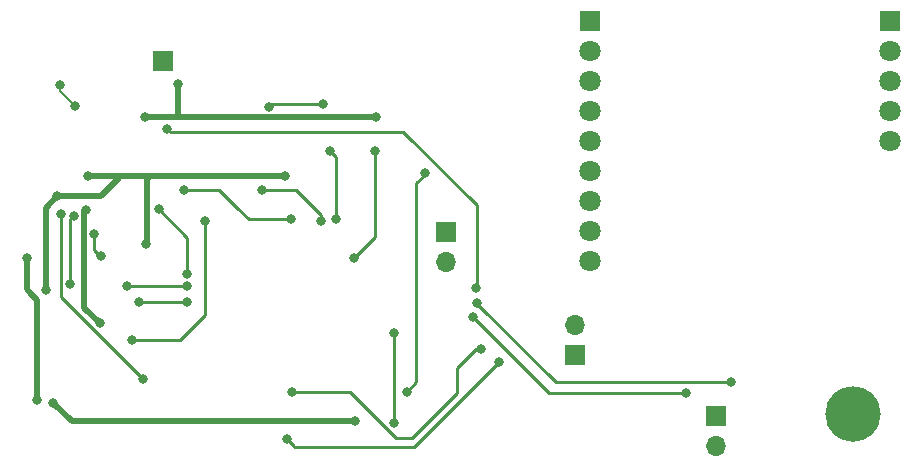
<source format=gbr>
%TF.GenerationSoftware,KiCad,Pcbnew,(6.0.8-1)-1*%
%TF.CreationDate,2022-11-08T13:41:34-07:00*%
%TF.ProjectId,AirU,41697255-2e6b-4696-9361-645f70636258,rev?*%
%TF.SameCoordinates,Original*%
%TF.FileFunction,Copper,L2,Bot*%
%TF.FilePolarity,Positive*%
%FSLAX46Y46*%
G04 Gerber Fmt 4.6, Leading zero omitted, Abs format (unit mm)*
G04 Created by KiCad (PCBNEW (6.0.8-1)-1) date 2022-11-08 13:41:34*
%MOMM*%
%LPD*%
G01*
G04 APERTURE LIST*
%TA.AperFunction,ComponentPad*%
%ADD10R,1.700000X1.700000*%
%TD*%
%TA.AperFunction,ComponentPad*%
%ADD11O,1.700000X1.700000*%
%TD*%
%TA.AperFunction,ComponentPad*%
%ADD12C,4.700000*%
%TD*%
%TA.AperFunction,ComponentPad*%
%ADD13R,1.800000X1.800000*%
%TD*%
%TA.AperFunction,ComponentPad*%
%ADD14C,1.800000*%
%TD*%
%TA.AperFunction,ViaPad*%
%ADD15C,0.800000*%
%TD*%
%TA.AperFunction,Conductor*%
%ADD16C,0.500000*%
%TD*%
%TA.AperFunction,Conductor*%
%ADD17C,0.250000*%
%TD*%
%TA.AperFunction,Conductor*%
%ADD18C,0.200000*%
%TD*%
G04 APERTURE END LIST*
D10*
%TO.P,J6,1,Pin_1*%
%TO.N,/U0TXD*%
X171000000Y-52100000D03*
D11*
%TO.P,J6,2,Pin_2*%
%TO.N,/U0RXD*%
X171000000Y-49560000D03*
%TD*%
D12*
%TO.P,REF\u002A\u002A,1*%
%TO.N,N/C*%
X194600000Y-57100000D03*
%TD*%
D10*
%TO.P,J4,1,Pin_1*%
%TO.N,VDD*%
X183000000Y-57225000D03*
D11*
%TO.P,J4,2,Pin_2*%
%TO.N,GND*%
X183000000Y-59765000D03*
%TD*%
D10*
%TO.P,J3,1,Pin_1*%
%TO.N,/GPIO3*%
X160100000Y-41700000D03*
D11*
%TO.P,J3,2,Pin_2*%
%TO.N,/GPIO20*%
X160100000Y-44240000D03*
%TD*%
D10*
%TO.P,J5,1,Pin_1*%
%TO.N,VCC*%
X136100000Y-27200000D03*
%TD*%
D13*
%TO.P,U3,1,Vin*%
%TO.N,VDD*%
X172300000Y-23810000D03*
D14*
%TO.P,U3,2,GND*%
%TO.N,GND*%
X172300000Y-26350000D03*
%TO.P,U3,3,EN*%
%TO.N,VDD*%
X172300000Y-28890000D03*
%TO.P,U3,4,G0*%
%TO.N,/LORA_DIO0*%
X172300000Y-31430000D03*
%TO.P,U3,5,SCK*%
%TO.N,/LORA_SCLK*%
X172300000Y-33970000D03*
%TO.P,U3,6,MISO*%
%TO.N,/LORA_MISO*%
X172300000Y-36510000D03*
%TO.P,U3,7,MOSI*%
%TO.N,/LORA_MOSI*%
X172300000Y-39050000D03*
%TO.P,U3,8,CS*%
%TO.N,/LORA_NSS*%
X172300000Y-41590000D03*
%TO.P,U3,9,RST*%
%TO.N,/LORA_RST*%
X172300000Y-44130000D03*
D13*
%TO.P,U3,10,G1*%
%TO.N,/LORA_DIO1*%
X197700000Y-23810000D03*
D14*
%TO.P,U3,11,G2*%
%TO.N,/LORA_DIO2*%
X197700000Y-26350000D03*
%TO.P,U3,12,G3*%
%TO.N,/LORA_DIO3*%
X197700000Y-28890000D03*
%TO.P,U3,13,G4*%
%TO.N,/LORA_DIO4*%
X197700000Y-31430000D03*
%TO.P,U3,14,G5*%
%TO.N,/LORA_DIO5*%
X197700000Y-33970000D03*
%TD*%
D15*
%TO.N,GND*%
X125500000Y-55900000D03*
X124600000Y-43900000D03*
%TO.N,VDD*%
X146500000Y-36900000D03*
X129800000Y-36900000D03*
X126800000Y-56100000D03*
X152400000Y-57700000D03*
X134700000Y-42700000D03*
X127200000Y-38600000D03*
X126200000Y-46600000D03*
%TO.N,VCC*%
X154200000Y-31900000D03*
X130800000Y-49400000D03*
X134600000Y-31900000D03*
X137400000Y-29100000D03*
X129600000Y-39800000D03*
%TO.N,/GPIO5*%
X158300000Y-36700000D03*
X156800000Y-55200000D03*
%TO.N,/GPIO16*%
X155700000Y-57800000D03*
X155700000Y-50200000D03*
%TO.N,/GPIO17*%
X162400000Y-48900000D03*
X180400000Y-55300000D03*
%TO.N,/GPIO18*%
X134100000Y-47600000D03*
X162700000Y-47700000D03*
X184200000Y-54400000D03*
X138200000Y-47600000D03*
%TO.N,/GPIO19*%
X133100000Y-46200000D03*
X130900000Y-43700000D03*
X138212299Y-46212299D03*
X130316880Y-41831801D03*
%TO.N,/GPIO46*%
X150800000Y-40600000D03*
X150300000Y-34800000D03*
%TO.N,/GPIO9*%
X144500000Y-38100000D03*
X149500000Y-40700000D03*
%TO.N,/GPIO10*%
X147000000Y-40600000D03*
X137900000Y-38100000D03*
%TO.N,/GPIO48*%
X149700000Y-30800000D03*
X145100000Y-31050500D03*
%TO.N,/GPIO45*%
X154100000Y-34800000D03*
X152300000Y-43849502D03*
%TO.N,/GPIO36*%
X135800000Y-39750500D03*
X138200000Y-45200000D03*
%TO.N,/U0RXD*%
X147100000Y-55200000D03*
X163100000Y-51600000D03*
X134424500Y-54100000D03*
X127475500Y-40100000D03*
%TO.N,/U0TXD*%
X146600000Y-59200000D03*
X164600000Y-52700000D03*
X128300000Y-46024500D03*
X128600000Y-40300000D03*
%TO.N,/D+*%
X128700000Y-31000000D03*
X127399500Y-29200000D03*
%TO.N,/GPIO8*%
X162600000Y-46400000D03*
X136500000Y-32900000D03*
%TO.N,Net-(R14-Pad1)*%
X139700000Y-40700000D03*
X133500000Y-50800000D03*
%TD*%
D16*
%TO.N,GND*%
X125500000Y-47400000D02*
X125000000Y-46900000D01*
X125000000Y-46900000D02*
X124600000Y-46500000D01*
X125500000Y-55900000D02*
X125500000Y-47400000D01*
X124600000Y-46500000D02*
X124600000Y-43900000D01*
%TO.N,VDD*%
X132400000Y-37100000D02*
X132400000Y-36900000D01*
X152400000Y-57700000D02*
X128400000Y-57700000D01*
X128400000Y-57700000D02*
X126800000Y-56100000D01*
X134800000Y-37200000D02*
X134800000Y-42400000D01*
X132400000Y-36900000D02*
X135100000Y-36900000D01*
X135100000Y-36900000D02*
X146500000Y-36900000D01*
X130900000Y-36900000D02*
X129800000Y-36900000D01*
X134800000Y-42400000D02*
X134800000Y-42600000D01*
X127200000Y-38600000D02*
X130900000Y-38600000D01*
X127200000Y-38600000D02*
X126200000Y-39600000D01*
X126200000Y-39600000D02*
X126200000Y-46600000D01*
X130900000Y-38600000D02*
X132400000Y-37100000D01*
X130900000Y-36900000D02*
X132400000Y-36900000D01*
X135100000Y-36900000D02*
X134800000Y-37200000D01*
X134800000Y-42600000D02*
X134700000Y-42700000D01*
%TO.N,VCC*%
X137400000Y-29100000D02*
X137400000Y-31800000D01*
X137500000Y-31900000D02*
X154200000Y-31900000D01*
X129465880Y-39934120D02*
X129465880Y-48065880D01*
X134600000Y-31900000D02*
X137500000Y-31900000D01*
X137400000Y-31800000D02*
X137500000Y-31900000D01*
X129465880Y-48065880D02*
X130800000Y-49400000D01*
X129600000Y-39800000D02*
X129465880Y-39934120D01*
D17*
%TO.N,/GPIO5*%
X158300000Y-36800000D02*
X157600000Y-37500000D01*
X157600000Y-37500000D02*
X157600000Y-54400000D01*
X157600000Y-54400000D02*
X156800000Y-55200000D01*
X158300000Y-36700000D02*
X158300000Y-36800000D01*
%TO.N,/GPIO16*%
X155700000Y-57800000D02*
X155700000Y-50200000D01*
%TO.N,/GPIO17*%
X180400000Y-55300000D02*
X168800000Y-55300000D01*
X162700000Y-49200000D02*
X162400000Y-48900000D01*
X168800000Y-55300000D02*
X162700000Y-49200000D01*
%TO.N,/GPIO18*%
X169400000Y-54400000D02*
X162800000Y-47800000D01*
X162800000Y-47800000D02*
X162700000Y-47700000D01*
X184200000Y-54400000D02*
X169400000Y-54400000D01*
X134100000Y-47600000D02*
X138200000Y-47600000D01*
%TO.N,/GPIO19*%
X138200000Y-46200000D02*
X138212299Y-46212299D01*
X130316880Y-43216880D02*
X130800000Y-43700000D01*
X130800000Y-43700000D02*
X130900000Y-43700000D01*
X130316880Y-41831801D02*
X130316880Y-43216880D01*
X133100000Y-46200000D02*
X138200000Y-46200000D01*
%TO.N,/GPIO46*%
X150800000Y-40600000D02*
X150800000Y-35300000D01*
X150800000Y-35300000D02*
X150300000Y-34800000D01*
%TO.N,/GPIO9*%
X149500000Y-40200000D02*
X149500000Y-40700000D01*
X144500000Y-38100000D02*
X147400000Y-38100000D01*
X148200000Y-38900000D02*
X149500000Y-40200000D01*
X147400000Y-38100000D02*
X148200000Y-38900000D01*
%TO.N,/GPIO10*%
X137900000Y-38100000D02*
X140900000Y-38100000D01*
X140900000Y-38100000D02*
X142400000Y-39600000D01*
X143400000Y-40600000D02*
X147000000Y-40600000D01*
X142400000Y-39600000D02*
X143400000Y-40600000D01*
%TO.N,/GPIO48*%
X149700000Y-30800000D02*
X145350500Y-30800000D01*
X145350500Y-30800000D02*
X145100000Y-31050500D01*
%TO.N,/GPIO45*%
X154100000Y-42049502D02*
X152300000Y-43849502D01*
X154100000Y-34800000D02*
X154100000Y-42049502D01*
%TO.N,/GPIO36*%
X138200000Y-42150500D02*
X138200000Y-45200000D01*
X135800000Y-39750500D02*
X138200000Y-42150500D01*
%TO.N,/U0RXD*%
X147100000Y-55200000D02*
X152000000Y-55200000D01*
X157200000Y-59100000D02*
X161000000Y-55300000D01*
X161000000Y-55300000D02*
X161000000Y-53200000D01*
X152000000Y-55200000D02*
X155900000Y-59100000D01*
X134424500Y-54100000D02*
X127475500Y-47151000D01*
X162600000Y-51600000D02*
X163100000Y-51600000D01*
X161000000Y-53200000D02*
X162600000Y-51600000D01*
X155900000Y-59100000D02*
X157200000Y-59100000D01*
X127475500Y-47151000D02*
X127475500Y-40100000D01*
%TO.N,/U0TXD*%
X157400000Y-59900000D02*
X164600000Y-52700000D01*
X128300000Y-46024500D02*
X128300000Y-40600000D01*
X147200000Y-59900000D02*
X157400000Y-59900000D01*
X146600000Y-59200000D02*
X147200000Y-59800000D01*
X128300000Y-40600000D02*
X128600000Y-40300000D01*
X147200000Y-59800000D02*
X147200000Y-59900000D01*
D18*
%TO.N,/D+*%
X127399500Y-29699500D02*
X127399500Y-29200000D01*
X128700000Y-31000000D02*
X127399500Y-29699500D01*
D17*
%TO.N,/GPIO8*%
X162700000Y-39400000D02*
X162700000Y-46300000D01*
X156500000Y-33200000D02*
X162700000Y-39400000D01*
X136500000Y-32900000D02*
X136800000Y-33200000D01*
X162700000Y-46300000D02*
X162600000Y-46400000D01*
X136800000Y-33200000D02*
X156500000Y-33200000D01*
%TO.N,Net-(R14-Pad1)*%
X139700000Y-48700000D02*
X139700000Y-40700000D01*
X133500000Y-50800000D02*
X137600000Y-50800000D01*
X137600000Y-50800000D02*
X139700000Y-48700000D01*
%TD*%
M02*

</source>
